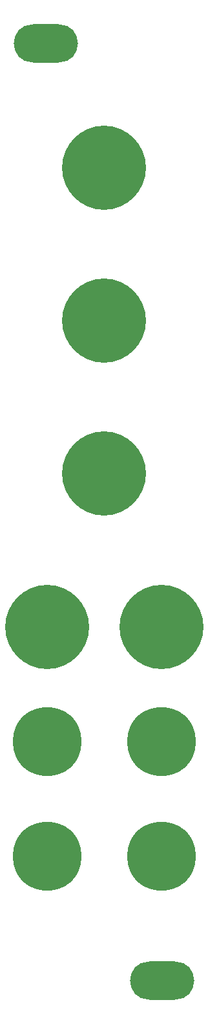
<source format=gbr>
%TF.GenerationSoftware,KiCad,Pcbnew,(6.0.9)*%
%TF.CreationDate,2023-01-29T17:19:16+01:00*%
%TF.ProjectId,wvtbl_face_plate,77767462-6c5f-4666-9163-655f706c6174,rev?*%
%TF.SameCoordinates,Original*%
%TF.FileFunction,Soldermask,Top*%
%TF.FilePolarity,Negative*%
%FSLAX46Y46*%
G04 Gerber Fmt 4.6, Leading zero omitted, Abs format (unit mm)*
G04 Created by KiCad (PCBNEW (6.0.9)) date 2023-01-29 17:19:16*
%MOMM*%
%LPD*%
G01*
G04 APERTURE LIST*
%ADD10O,8.400000X5.000000*%
%ADD11C,11.000000*%
%ADD12C,9.000000*%
G04 APERTURE END LIST*
D10*
%TO.C,U1*%
X57620000Y-161250000D03*
X42380000Y-38750000D03*
%TD*%
D11*
%TO.C,H103*%
X50000000Y-75000000D03*
%TD*%
%TO.C,H105*%
X50000000Y-95000000D03*
%TD*%
%TO.C,H109*%
X57500000Y-115000000D03*
%TD*%
D12*
%TO.C,H104*%
X42500000Y-130000000D03*
%TD*%
%TO.C,H106*%
X57500000Y-130000000D03*
%TD*%
%TO.C,H108*%
X57500000Y-145000000D03*
%TD*%
D11*
%TO.C,H107*%
X42500000Y-115000000D03*
%TD*%
%TO.C,H101*%
X50000000Y-55000000D03*
%TD*%
D12*
%TO.C,H102*%
X42500000Y-145000000D03*
%TD*%
M02*

</source>
